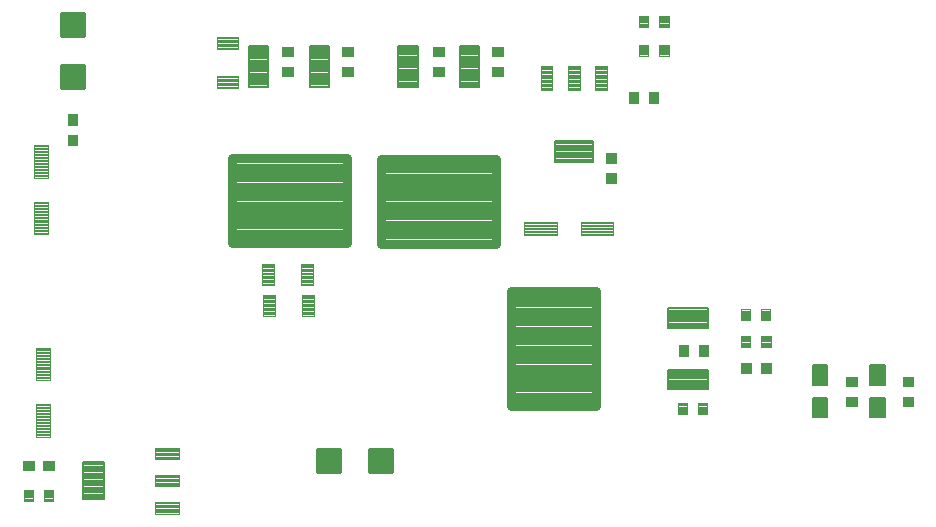
<source format=gtp>
G75*
%MOIN*%
%OFA0B0*%
%FSLAX25Y25*%
%IPPOS*%
%LPD*%
%AMOC8*
5,1,8,0,0,1.08239X$1,22.5*
%
%ADD10C,0.00850*%
%ADD11C,0.00496*%
%ADD12C,0.00354*%
%ADD13C,0.00720*%
%ADD14C,0.03150*%
%ADD15C,0.00450*%
%ADD16C,0.00531*%
%ADD17C,0.00432*%
%ADD18C,0.00780*%
D10*
X0154626Y0042004D02*
X0162280Y0042004D01*
X0162280Y0034350D01*
X0154626Y0034350D01*
X0154626Y0042004D01*
X0154626Y0035199D02*
X0162280Y0035199D01*
X0162280Y0036048D02*
X0154626Y0036048D01*
X0154626Y0036897D02*
X0162280Y0036897D01*
X0162280Y0037746D02*
X0154626Y0037746D01*
X0154626Y0038595D02*
X0162280Y0038595D01*
X0162280Y0039444D02*
X0154626Y0039444D01*
X0154626Y0040293D02*
X0162280Y0040293D01*
X0162280Y0041142D02*
X0154626Y0041142D01*
X0154626Y0041991D02*
X0162280Y0041991D01*
X0171949Y0042004D02*
X0179603Y0042004D01*
X0179603Y0034350D01*
X0171949Y0034350D01*
X0171949Y0042004D01*
X0171949Y0035199D02*
X0179603Y0035199D01*
X0179603Y0036048D02*
X0171949Y0036048D01*
X0171949Y0036897D02*
X0179603Y0036897D01*
X0179603Y0037746D02*
X0171949Y0037746D01*
X0171949Y0038595D02*
X0179603Y0038595D01*
X0179603Y0039444D02*
X0171949Y0039444D01*
X0171949Y0040293D02*
X0179603Y0040293D01*
X0179603Y0041142D02*
X0171949Y0041142D01*
X0171949Y0041991D02*
X0179603Y0041991D01*
X0076847Y0162303D02*
X0076847Y0169957D01*
X0076847Y0162303D02*
X0069193Y0162303D01*
X0069193Y0169957D01*
X0076847Y0169957D01*
X0076847Y0163152D02*
X0069193Y0163152D01*
X0069193Y0164001D02*
X0076847Y0164001D01*
X0076847Y0164850D02*
X0069193Y0164850D01*
X0069193Y0165699D02*
X0076847Y0165699D01*
X0076847Y0166548D02*
X0069193Y0166548D01*
X0069193Y0167397D02*
X0076847Y0167397D01*
X0076847Y0168246D02*
X0069193Y0168246D01*
X0069193Y0169095D02*
X0076847Y0169095D01*
X0076847Y0169944D02*
X0069193Y0169944D01*
X0076847Y0179626D02*
X0076847Y0187280D01*
X0076847Y0179626D02*
X0069193Y0179626D01*
X0069193Y0187280D01*
X0076847Y0187280D01*
X0076847Y0180475D02*
X0069193Y0180475D01*
X0069193Y0181324D02*
X0076847Y0181324D01*
X0076847Y0182173D02*
X0069193Y0182173D01*
X0069193Y0183022D02*
X0076847Y0183022D01*
X0076847Y0183871D02*
X0069193Y0183871D01*
X0069193Y0184720D02*
X0076847Y0184720D01*
X0076847Y0185569D02*
X0069193Y0185569D01*
X0069193Y0186418D02*
X0076847Y0186418D01*
X0076847Y0187267D02*
X0069193Y0187267D01*
D11*
X0064740Y0143244D02*
X0064740Y0132480D01*
X0060276Y0132480D01*
X0060276Y0143244D01*
X0064740Y0143244D01*
X0064740Y0132975D02*
X0060276Y0132975D01*
X0060276Y0133470D02*
X0064740Y0133470D01*
X0064740Y0133965D02*
X0060276Y0133965D01*
X0060276Y0134460D02*
X0064740Y0134460D01*
X0064740Y0134955D02*
X0060276Y0134955D01*
X0060276Y0135450D02*
X0064740Y0135450D01*
X0064740Y0135945D02*
X0060276Y0135945D01*
X0060276Y0136440D02*
X0064740Y0136440D01*
X0064740Y0136935D02*
X0060276Y0136935D01*
X0060276Y0137430D02*
X0064740Y0137430D01*
X0064740Y0137925D02*
X0060276Y0137925D01*
X0060276Y0138420D02*
X0064740Y0138420D01*
X0064740Y0138915D02*
X0060276Y0138915D01*
X0060276Y0139410D02*
X0064740Y0139410D01*
X0064740Y0139905D02*
X0060276Y0139905D01*
X0060276Y0140400D02*
X0064740Y0140400D01*
X0064740Y0140895D02*
X0060276Y0140895D01*
X0060276Y0141390D02*
X0064740Y0141390D01*
X0064740Y0141885D02*
X0060276Y0141885D01*
X0060276Y0142380D02*
X0064740Y0142380D01*
X0064740Y0142875D02*
X0060276Y0142875D01*
X0064740Y0124347D02*
X0064740Y0113583D01*
X0060276Y0113583D01*
X0060276Y0124347D01*
X0064740Y0124347D01*
X0064740Y0114078D02*
X0060276Y0114078D01*
X0060276Y0114573D02*
X0064740Y0114573D01*
X0064740Y0115068D02*
X0060276Y0115068D01*
X0060276Y0115563D02*
X0064740Y0115563D01*
X0064740Y0116058D02*
X0060276Y0116058D01*
X0060276Y0116553D02*
X0064740Y0116553D01*
X0064740Y0117048D02*
X0060276Y0117048D01*
X0060276Y0117543D02*
X0064740Y0117543D01*
X0064740Y0118038D02*
X0060276Y0118038D01*
X0060276Y0118533D02*
X0064740Y0118533D01*
X0064740Y0119028D02*
X0060276Y0119028D01*
X0060276Y0119523D02*
X0064740Y0119523D01*
X0064740Y0120018D02*
X0060276Y0120018D01*
X0060276Y0120513D02*
X0064740Y0120513D01*
X0064740Y0121008D02*
X0060276Y0121008D01*
X0060276Y0121503D02*
X0064740Y0121503D01*
X0064740Y0121998D02*
X0060276Y0121998D01*
X0060276Y0122493D02*
X0064740Y0122493D01*
X0064740Y0122988D02*
X0060276Y0122988D01*
X0060276Y0123483D02*
X0064740Y0123483D01*
X0064740Y0123978D02*
X0060276Y0123978D01*
X0060945Y0075843D02*
X0060945Y0065079D01*
X0060945Y0075843D02*
X0065409Y0075843D01*
X0065409Y0065079D01*
X0060945Y0065079D01*
X0060945Y0065574D02*
X0065409Y0065574D01*
X0065409Y0066069D02*
X0060945Y0066069D01*
X0060945Y0066564D02*
X0065409Y0066564D01*
X0065409Y0067059D02*
X0060945Y0067059D01*
X0060945Y0067554D02*
X0065409Y0067554D01*
X0065409Y0068049D02*
X0060945Y0068049D01*
X0060945Y0068544D02*
X0065409Y0068544D01*
X0065409Y0069039D02*
X0060945Y0069039D01*
X0060945Y0069534D02*
X0065409Y0069534D01*
X0065409Y0070029D02*
X0060945Y0070029D01*
X0060945Y0070524D02*
X0065409Y0070524D01*
X0065409Y0071019D02*
X0060945Y0071019D01*
X0060945Y0071514D02*
X0065409Y0071514D01*
X0065409Y0072009D02*
X0060945Y0072009D01*
X0060945Y0072504D02*
X0065409Y0072504D01*
X0065409Y0072999D02*
X0060945Y0072999D01*
X0060945Y0073494D02*
X0065409Y0073494D01*
X0065409Y0073989D02*
X0060945Y0073989D01*
X0060945Y0074484D02*
X0065409Y0074484D01*
X0065409Y0074979D02*
X0060945Y0074979D01*
X0060945Y0075474D02*
X0065409Y0075474D01*
X0060945Y0056945D02*
X0060945Y0046181D01*
X0060945Y0056945D02*
X0065409Y0056945D01*
X0065409Y0046181D01*
X0060945Y0046181D01*
X0060945Y0046676D02*
X0065409Y0046676D01*
X0065409Y0047171D02*
X0060945Y0047171D01*
X0060945Y0047666D02*
X0065409Y0047666D01*
X0065409Y0048161D02*
X0060945Y0048161D01*
X0060945Y0048656D02*
X0065409Y0048656D01*
X0065409Y0049151D02*
X0060945Y0049151D01*
X0060945Y0049646D02*
X0065409Y0049646D01*
X0065409Y0050141D02*
X0060945Y0050141D01*
X0060945Y0050636D02*
X0065409Y0050636D01*
X0065409Y0051131D02*
X0060945Y0051131D01*
X0060945Y0051626D02*
X0065409Y0051626D01*
X0065409Y0052121D02*
X0060945Y0052121D01*
X0060945Y0052616D02*
X0065409Y0052616D01*
X0065409Y0053111D02*
X0060945Y0053111D01*
X0060945Y0053606D02*
X0065409Y0053606D01*
X0065409Y0054101D02*
X0060945Y0054101D01*
X0060945Y0054596D02*
X0065409Y0054596D01*
X0065409Y0055091D02*
X0060945Y0055091D01*
X0060945Y0055586D02*
X0065409Y0055586D01*
X0065409Y0056081D02*
X0060945Y0056081D01*
X0060945Y0056576D02*
X0065409Y0056576D01*
X0223628Y0113268D02*
X0234392Y0113268D01*
X0223628Y0113268D02*
X0223628Y0117732D01*
X0234392Y0117732D01*
X0234392Y0113268D01*
X0234392Y0113763D02*
X0223628Y0113763D01*
X0223628Y0114258D02*
X0234392Y0114258D01*
X0234392Y0114753D02*
X0223628Y0114753D01*
X0223628Y0115248D02*
X0234392Y0115248D01*
X0234392Y0115743D02*
X0223628Y0115743D01*
X0223628Y0116238D02*
X0234392Y0116238D01*
X0234392Y0116733D02*
X0223628Y0116733D01*
X0223628Y0117228D02*
X0234392Y0117228D01*
X0234392Y0117723D02*
X0223628Y0117723D01*
X0242526Y0113268D02*
X0253290Y0113268D01*
X0242526Y0113268D02*
X0242526Y0117732D01*
X0253290Y0117732D01*
X0253290Y0113268D01*
X0253290Y0113763D02*
X0242526Y0113763D01*
X0242526Y0114258D02*
X0253290Y0114258D01*
X0253290Y0114753D02*
X0242526Y0114753D01*
X0242526Y0115248D02*
X0253290Y0115248D01*
X0253290Y0115743D02*
X0242526Y0115743D01*
X0242526Y0116238D02*
X0253290Y0116238D01*
X0253290Y0116733D02*
X0242526Y0116733D01*
X0242526Y0117228D02*
X0253290Y0117228D01*
X0253290Y0117723D02*
X0242526Y0117723D01*
D12*
X0059904Y0028388D02*
X0056722Y0028388D01*
X0059904Y0028388D02*
X0059904Y0024812D01*
X0056722Y0024812D01*
X0056722Y0028388D01*
X0056722Y0025165D02*
X0059904Y0025165D01*
X0059904Y0025518D02*
X0056722Y0025518D01*
X0056722Y0025871D02*
X0059904Y0025871D01*
X0059904Y0026224D02*
X0056722Y0026224D01*
X0056722Y0026577D02*
X0059904Y0026577D01*
X0059904Y0026930D02*
X0056722Y0026930D01*
X0056722Y0027283D02*
X0059904Y0027283D01*
X0059904Y0027636D02*
X0056722Y0027636D01*
X0056722Y0027989D02*
X0059904Y0027989D01*
X0059904Y0028342D02*
X0056722Y0028342D01*
X0063415Y0028388D02*
X0066597Y0028388D01*
X0066597Y0024812D01*
X0063415Y0024812D01*
X0063415Y0028388D01*
X0063415Y0025165D02*
X0066597Y0025165D01*
X0066597Y0025518D02*
X0063415Y0025518D01*
X0063415Y0025871D02*
X0066597Y0025871D01*
X0066597Y0026224D02*
X0063415Y0026224D01*
X0063415Y0026577D02*
X0066597Y0026577D01*
X0066597Y0026930D02*
X0063415Y0026930D01*
X0063415Y0027283D02*
X0066597Y0027283D01*
X0066597Y0027636D02*
X0063415Y0027636D01*
X0063415Y0027989D02*
X0066597Y0027989D01*
X0066597Y0028342D02*
X0063415Y0028342D01*
X0063161Y0038193D02*
X0066737Y0038193D01*
X0066737Y0035011D01*
X0063161Y0035011D01*
X0063161Y0038193D01*
X0063161Y0035364D02*
X0066737Y0035364D01*
X0066737Y0035717D02*
X0063161Y0035717D01*
X0063161Y0036070D02*
X0066737Y0036070D01*
X0066737Y0036423D02*
X0063161Y0036423D01*
X0063161Y0036776D02*
X0066737Y0036776D01*
X0066737Y0037129D02*
X0063161Y0037129D01*
X0063161Y0037482D02*
X0066737Y0037482D01*
X0066737Y0037835D02*
X0063161Y0037835D01*
X0063161Y0038188D02*
X0066737Y0038188D01*
X0060044Y0038193D02*
X0056468Y0038193D01*
X0060044Y0038193D02*
X0060044Y0035011D01*
X0056468Y0035011D01*
X0056468Y0038193D01*
X0056468Y0035364D02*
X0060044Y0035364D01*
X0060044Y0035717D02*
X0056468Y0035717D01*
X0056468Y0036070D02*
X0060044Y0036070D01*
X0060044Y0036423D02*
X0056468Y0036423D01*
X0056468Y0036776D02*
X0060044Y0036776D01*
X0060044Y0037129D02*
X0056468Y0037129D01*
X0056468Y0037482D02*
X0060044Y0037482D01*
X0060044Y0037835D02*
X0056468Y0037835D01*
X0056468Y0038188D02*
X0060044Y0038188D01*
X0250868Y0130566D02*
X0250868Y0134142D01*
X0254050Y0134142D01*
X0254050Y0130566D01*
X0250868Y0130566D01*
X0250868Y0130919D02*
X0254050Y0130919D01*
X0254050Y0131272D02*
X0250868Y0131272D01*
X0250868Y0131625D02*
X0254050Y0131625D01*
X0254050Y0131978D02*
X0250868Y0131978D01*
X0250868Y0132331D02*
X0254050Y0132331D01*
X0254050Y0132684D02*
X0250868Y0132684D01*
X0250868Y0133037D02*
X0254050Y0133037D01*
X0254050Y0133390D02*
X0250868Y0133390D01*
X0250868Y0133743D02*
X0254050Y0133743D01*
X0254050Y0134096D02*
X0250868Y0134096D01*
X0250868Y0137258D02*
X0250868Y0140834D01*
X0254050Y0140834D01*
X0254050Y0137258D01*
X0250868Y0137258D01*
X0250868Y0137611D02*
X0254050Y0137611D01*
X0254050Y0137964D02*
X0250868Y0137964D01*
X0250868Y0138317D02*
X0254050Y0138317D01*
X0254050Y0138670D02*
X0250868Y0138670D01*
X0250868Y0139023D02*
X0254050Y0139023D01*
X0254050Y0139376D02*
X0250868Y0139376D01*
X0250868Y0139729D02*
X0254050Y0139729D01*
X0254050Y0140082D02*
X0250868Y0140082D01*
X0250868Y0140435D02*
X0254050Y0140435D01*
X0254050Y0140788D02*
X0250868Y0140788D01*
X0258422Y0157312D02*
X0261604Y0157312D01*
X0258422Y0157312D02*
X0258422Y0160888D01*
X0261604Y0160888D01*
X0261604Y0157312D01*
X0261604Y0157665D02*
X0258422Y0157665D01*
X0258422Y0158018D02*
X0261604Y0158018D01*
X0261604Y0158371D02*
X0258422Y0158371D01*
X0258422Y0158724D02*
X0261604Y0158724D01*
X0261604Y0159077D02*
X0258422Y0159077D01*
X0258422Y0159430D02*
X0261604Y0159430D01*
X0261604Y0159783D02*
X0258422Y0159783D01*
X0258422Y0160136D02*
X0261604Y0160136D01*
X0261604Y0160489D02*
X0258422Y0160489D01*
X0258422Y0160842D02*
X0261604Y0160842D01*
X0265115Y0157312D02*
X0268297Y0157312D01*
X0265115Y0157312D02*
X0265115Y0160888D01*
X0268297Y0160888D01*
X0268297Y0157312D01*
X0268297Y0157665D02*
X0265115Y0157665D01*
X0265115Y0158018D02*
X0268297Y0158018D01*
X0268297Y0158371D02*
X0265115Y0158371D01*
X0265115Y0158724D02*
X0268297Y0158724D01*
X0268297Y0159077D02*
X0265115Y0159077D01*
X0265115Y0159430D02*
X0268297Y0159430D01*
X0268297Y0159783D02*
X0265115Y0159783D01*
X0265115Y0160136D02*
X0268297Y0160136D01*
X0268297Y0160489D02*
X0265115Y0160489D01*
X0265115Y0160842D02*
X0268297Y0160842D01*
X0268515Y0173200D02*
X0271697Y0173200D01*
X0268515Y0173200D02*
X0268515Y0176776D01*
X0271697Y0176776D01*
X0271697Y0173200D01*
X0271697Y0173553D02*
X0268515Y0173553D01*
X0268515Y0173906D02*
X0271697Y0173906D01*
X0271697Y0174259D02*
X0268515Y0174259D01*
X0268515Y0174612D02*
X0271697Y0174612D01*
X0271697Y0174965D02*
X0268515Y0174965D01*
X0268515Y0175318D02*
X0271697Y0175318D01*
X0271697Y0175671D02*
X0268515Y0175671D01*
X0268515Y0176024D02*
X0271697Y0176024D01*
X0271697Y0176377D02*
X0268515Y0176377D01*
X0268515Y0176730D02*
X0271697Y0176730D01*
X0265004Y0173200D02*
X0261822Y0173200D01*
X0261822Y0176776D01*
X0265004Y0176776D01*
X0265004Y0173200D01*
X0265004Y0173553D02*
X0261822Y0173553D01*
X0261822Y0173906D02*
X0265004Y0173906D01*
X0265004Y0174259D02*
X0261822Y0174259D01*
X0261822Y0174612D02*
X0265004Y0174612D01*
X0265004Y0174965D02*
X0261822Y0174965D01*
X0261822Y0175318D02*
X0265004Y0175318D01*
X0265004Y0175671D02*
X0261822Y0175671D01*
X0261822Y0176024D02*
X0265004Y0176024D01*
X0265004Y0176377D02*
X0261822Y0176377D01*
X0261822Y0176730D02*
X0265004Y0176730D01*
X0265004Y0182806D02*
X0261822Y0182806D01*
X0261822Y0186382D01*
X0265004Y0186382D01*
X0265004Y0182806D01*
X0265004Y0183159D02*
X0261822Y0183159D01*
X0261822Y0183512D02*
X0265004Y0183512D01*
X0265004Y0183865D02*
X0261822Y0183865D01*
X0261822Y0184218D02*
X0265004Y0184218D01*
X0265004Y0184571D02*
X0261822Y0184571D01*
X0261822Y0184924D02*
X0265004Y0184924D01*
X0265004Y0185277D02*
X0261822Y0185277D01*
X0261822Y0185630D02*
X0265004Y0185630D01*
X0265004Y0185983D02*
X0261822Y0185983D01*
X0261822Y0186336D02*
X0265004Y0186336D01*
X0268515Y0182806D02*
X0271697Y0182806D01*
X0268515Y0182806D02*
X0268515Y0186382D01*
X0271697Y0186382D01*
X0271697Y0182806D01*
X0271697Y0183159D02*
X0268515Y0183159D01*
X0268515Y0183512D02*
X0271697Y0183512D01*
X0271697Y0183865D02*
X0268515Y0183865D01*
X0268515Y0184218D02*
X0271697Y0184218D01*
X0271697Y0184571D02*
X0268515Y0184571D01*
X0268515Y0184924D02*
X0271697Y0184924D01*
X0271697Y0185277D02*
X0268515Y0185277D01*
X0268515Y0185630D02*
X0271697Y0185630D01*
X0271697Y0185983D02*
X0268515Y0185983D01*
X0268515Y0186336D02*
X0271697Y0186336D01*
X0216404Y0176079D02*
X0216404Y0172897D01*
X0212828Y0172897D01*
X0212828Y0176079D01*
X0216404Y0176079D01*
X0216404Y0173250D02*
X0212828Y0173250D01*
X0212828Y0173603D02*
X0216404Y0173603D01*
X0216404Y0173956D02*
X0212828Y0173956D01*
X0212828Y0174309D02*
X0216404Y0174309D01*
X0216404Y0174662D02*
X0212828Y0174662D01*
X0212828Y0175015D02*
X0216404Y0175015D01*
X0216404Y0175368D02*
X0212828Y0175368D01*
X0212828Y0175721D02*
X0216404Y0175721D01*
X0216404Y0176074D02*
X0212828Y0176074D01*
X0216404Y0169386D02*
X0216404Y0166204D01*
X0212828Y0166204D01*
X0212828Y0169386D01*
X0216404Y0169386D01*
X0216404Y0166557D02*
X0212828Y0166557D01*
X0212828Y0166910D02*
X0216404Y0166910D01*
X0216404Y0167263D02*
X0212828Y0167263D01*
X0212828Y0167616D02*
X0216404Y0167616D01*
X0216404Y0167969D02*
X0212828Y0167969D01*
X0212828Y0168322D02*
X0216404Y0168322D01*
X0216404Y0168675D02*
X0212828Y0168675D01*
X0212828Y0169028D02*
X0216404Y0169028D01*
X0216404Y0169381D02*
X0212828Y0169381D01*
X0193274Y0169386D02*
X0193274Y0166204D01*
X0193274Y0169386D02*
X0196850Y0169386D01*
X0196850Y0166204D01*
X0193274Y0166204D01*
X0193274Y0166557D02*
X0196850Y0166557D01*
X0196850Y0166910D02*
X0193274Y0166910D01*
X0193274Y0167263D02*
X0196850Y0167263D01*
X0196850Y0167616D02*
X0193274Y0167616D01*
X0193274Y0167969D02*
X0196850Y0167969D01*
X0196850Y0168322D02*
X0193274Y0168322D01*
X0193274Y0168675D02*
X0196850Y0168675D01*
X0196850Y0169028D02*
X0193274Y0169028D01*
X0193274Y0169381D02*
X0196850Y0169381D01*
X0193274Y0172897D02*
X0193274Y0176079D01*
X0196850Y0176079D01*
X0196850Y0172897D01*
X0193274Y0172897D01*
X0193274Y0173250D02*
X0196850Y0173250D01*
X0196850Y0173603D02*
X0193274Y0173603D01*
X0193274Y0173956D02*
X0196850Y0173956D01*
X0196850Y0174309D02*
X0193274Y0174309D01*
X0193274Y0174662D02*
X0196850Y0174662D01*
X0196850Y0175015D02*
X0193274Y0175015D01*
X0193274Y0175368D02*
X0196850Y0175368D01*
X0196850Y0175721D02*
X0193274Y0175721D01*
X0193274Y0176074D02*
X0196850Y0176074D01*
X0162872Y0176179D02*
X0162872Y0172997D01*
X0162872Y0176179D02*
X0166448Y0176179D01*
X0166448Y0172997D01*
X0162872Y0172997D01*
X0162872Y0173350D02*
X0166448Y0173350D01*
X0166448Y0173703D02*
X0162872Y0173703D01*
X0162872Y0174056D02*
X0166448Y0174056D01*
X0166448Y0174409D02*
X0162872Y0174409D01*
X0162872Y0174762D02*
X0166448Y0174762D01*
X0166448Y0175115D02*
X0162872Y0175115D01*
X0162872Y0175468D02*
X0166448Y0175468D01*
X0166448Y0175821D02*
X0162872Y0175821D01*
X0162872Y0176174D02*
X0166448Y0176174D01*
X0162872Y0169486D02*
X0162872Y0166304D01*
X0162872Y0169486D02*
X0166448Y0169486D01*
X0166448Y0166304D01*
X0162872Y0166304D01*
X0162872Y0166657D02*
X0166448Y0166657D01*
X0166448Y0167010D02*
X0162872Y0167010D01*
X0162872Y0167363D02*
X0166448Y0167363D01*
X0166448Y0167716D02*
X0162872Y0167716D01*
X0162872Y0168069D02*
X0166448Y0168069D01*
X0166448Y0168422D02*
X0162872Y0168422D01*
X0162872Y0168775D02*
X0166448Y0168775D01*
X0166448Y0169128D02*
X0162872Y0169128D01*
X0162872Y0169481D02*
X0166448Y0169481D01*
X0142918Y0169486D02*
X0142918Y0166304D01*
X0142918Y0169486D02*
X0146494Y0169486D01*
X0146494Y0166304D01*
X0142918Y0166304D01*
X0142918Y0166657D02*
X0146494Y0166657D01*
X0146494Y0167010D02*
X0142918Y0167010D01*
X0142918Y0167363D02*
X0146494Y0167363D01*
X0146494Y0167716D02*
X0142918Y0167716D01*
X0142918Y0168069D02*
X0146494Y0168069D01*
X0146494Y0168422D02*
X0142918Y0168422D01*
X0142918Y0168775D02*
X0146494Y0168775D01*
X0146494Y0169128D02*
X0142918Y0169128D01*
X0142918Y0169481D02*
X0146494Y0169481D01*
X0142918Y0172997D02*
X0142918Y0176179D01*
X0146494Y0176179D01*
X0146494Y0172997D01*
X0142918Y0172997D01*
X0142918Y0173350D02*
X0146494Y0173350D01*
X0146494Y0173703D02*
X0142918Y0173703D01*
X0142918Y0174056D02*
X0146494Y0174056D01*
X0146494Y0174409D02*
X0142918Y0174409D01*
X0142918Y0174762D02*
X0146494Y0174762D01*
X0146494Y0175115D02*
X0142918Y0175115D01*
X0142918Y0175468D02*
X0146494Y0175468D01*
X0146494Y0175821D02*
X0142918Y0175821D01*
X0142918Y0176174D02*
X0146494Y0176174D01*
X0071429Y0153548D02*
X0071429Y0149972D01*
X0071429Y0153548D02*
X0074611Y0153548D01*
X0074611Y0149972D01*
X0071429Y0149972D01*
X0071429Y0150325D02*
X0074611Y0150325D01*
X0074611Y0150678D02*
X0071429Y0150678D01*
X0071429Y0151031D02*
X0074611Y0151031D01*
X0074611Y0151384D02*
X0071429Y0151384D01*
X0071429Y0151737D02*
X0074611Y0151737D01*
X0074611Y0152090D02*
X0071429Y0152090D01*
X0071429Y0152443D02*
X0074611Y0152443D01*
X0074611Y0152796D02*
X0071429Y0152796D01*
X0071429Y0153149D02*
X0074611Y0153149D01*
X0074611Y0153502D02*
X0071429Y0153502D01*
X0071429Y0146855D02*
X0071429Y0143279D01*
X0071429Y0146855D02*
X0074611Y0146855D01*
X0074611Y0143279D01*
X0071429Y0143279D01*
X0071429Y0143632D02*
X0074611Y0143632D01*
X0074611Y0143985D02*
X0071429Y0143985D01*
X0071429Y0144338D02*
X0074611Y0144338D01*
X0074611Y0144691D02*
X0071429Y0144691D01*
X0071429Y0145044D02*
X0074611Y0145044D01*
X0074611Y0145397D02*
X0071429Y0145397D01*
X0071429Y0145750D02*
X0074611Y0145750D01*
X0074611Y0146103D02*
X0071429Y0146103D01*
X0071429Y0146456D02*
X0074611Y0146456D01*
X0074611Y0146809D02*
X0071429Y0146809D01*
X0275129Y0073003D02*
X0278311Y0073003D01*
X0275129Y0073003D02*
X0275129Y0076579D01*
X0278311Y0076579D01*
X0278311Y0073003D01*
X0278311Y0073356D02*
X0275129Y0073356D01*
X0275129Y0073709D02*
X0278311Y0073709D01*
X0278311Y0074062D02*
X0275129Y0074062D01*
X0275129Y0074415D02*
X0278311Y0074415D01*
X0278311Y0074768D02*
X0275129Y0074768D01*
X0275129Y0075121D02*
X0278311Y0075121D01*
X0278311Y0075474D02*
X0275129Y0075474D01*
X0275129Y0075827D02*
X0278311Y0075827D01*
X0278311Y0076180D02*
X0275129Y0076180D01*
X0275129Y0076533D02*
X0278311Y0076533D01*
X0281822Y0073003D02*
X0285004Y0073003D01*
X0281822Y0073003D02*
X0281822Y0076579D01*
X0285004Y0076579D01*
X0285004Y0073003D01*
X0285004Y0073356D02*
X0281822Y0073356D01*
X0281822Y0073709D02*
X0285004Y0073709D01*
X0285004Y0074062D02*
X0281822Y0074062D01*
X0281822Y0074415D02*
X0285004Y0074415D01*
X0285004Y0074768D02*
X0281822Y0074768D01*
X0281822Y0075121D02*
X0285004Y0075121D01*
X0285004Y0075474D02*
X0281822Y0075474D01*
X0281822Y0075827D02*
X0285004Y0075827D01*
X0285004Y0076180D02*
X0281822Y0076180D01*
X0281822Y0076533D02*
X0285004Y0076533D01*
X0295822Y0076112D02*
X0299004Y0076112D01*
X0295822Y0076112D02*
X0295822Y0079688D01*
X0299004Y0079688D01*
X0299004Y0076112D01*
X0299004Y0076465D02*
X0295822Y0076465D01*
X0295822Y0076818D02*
X0299004Y0076818D01*
X0299004Y0077171D02*
X0295822Y0077171D01*
X0295822Y0077524D02*
X0299004Y0077524D01*
X0299004Y0077877D02*
X0295822Y0077877D01*
X0295822Y0078230D02*
X0299004Y0078230D01*
X0299004Y0078583D02*
X0295822Y0078583D01*
X0295822Y0078936D02*
X0299004Y0078936D01*
X0299004Y0079289D02*
X0295822Y0079289D01*
X0295822Y0079642D02*
X0299004Y0079642D01*
X0302515Y0076112D02*
X0305697Y0076112D01*
X0302515Y0076112D02*
X0302515Y0079688D01*
X0305697Y0079688D01*
X0305697Y0076112D01*
X0305697Y0076465D02*
X0302515Y0076465D01*
X0302515Y0076818D02*
X0305697Y0076818D01*
X0305697Y0077171D02*
X0302515Y0077171D01*
X0302515Y0077524D02*
X0305697Y0077524D01*
X0305697Y0077877D02*
X0302515Y0077877D01*
X0302515Y0078230D02*
X0305697Y0078230D01*
X0305697Y0078583D02*
X0302515Y0078583D01*
X0302515Y0078936D02*
X0305697Y0078936D01*
X0305697Y0079289D02*
X0302515Y0079289D01*
X0302515Y0079642D02*
X0305697Y0079642D01*
X0305597Y0085012D02*
X0302415Y0085012D01*
X0302415Y0088588D01*
X0305597Y0088588D01*
X0305597Y0085012D01*
X0305597Y0085365D02*
X0302415Y0085365D01*
X0302415Y0085718D02*
X0305597Y0085718D01*
X0305597Y0086071D02*
X0302415Y0086071D01*
X0302415Y0086424D02*
X0305597Y0086424D01*
X0305597Y0086777D02*
X0302415Y0086777D01*
X0302415Y0087130D02*
X0305597Y0087130D01*
X0305597Y0087483D02*
X0302415Y0087483D01*
X0302415Y0087836D02*
X0305597Y0087836D01*
X0305597Y0088189D02*
X0302415Y0088189D01*
X0302415Y0088542D02*
X0305597Y0088542D01*
X0298904Y0085012D02*
X0295722Y0085012D01*
X0295722Y0088588D01*
X0298904Y0088588D01*
X0298904Y0085012D01*
X0298904Y0085365D02*
X0295722Y0085365D01*
X0295722Y0085718D02*
X0298904Y0085718D01*
X0298904Y0086071D02*
X0295722Y0086071D01*
X0295722Y0086424D02*
X0298904Y0086424D01*
X0298904Y0086777D02*
X0295722Y0086777D01*
X0295722Y0087130D02*
X0298904Y0087130D01*
X0298904Y0087483D02*
X0295722Y0087483D01*
X0295722Y0087836D02*
X0298904Y0087836D01*
X0298904Y0088189D02*
X0295722Y0088189D01*
X0295722Y0088542D02*
X0298904Y0088542D01*
X0299104Y0070788D02*
X0295922Y0070788D01*
X0299104Y0070788D02*
X0299104Y0067212D01*
X0295922Y0067212D01*
X0295922Y0070788D01*
X0295922Y0067565D02*
X0299104Y0067565D01*
X0299104Y0067918D02*
X0295922Y0067918D01*
X0295922Y0068271D02*
X0299104Y0068271D01*
X0299104Y0068624D02*
X0295922Y0068624D01*
X0295922Y0068977D02*
X0299104Y0068977D01*
X0299104Y0069330D02*
X0295922Y0069330D01*
X0295922Y0069683D02*
X0299104Y0069683D01*
X0299104Y0070036D02*
X0295922Y0070036D01*
X0295922Y0070389D02*
X0299104Y0070389D01*
X0299104Y0070742D02*
X0295922Y0070742D01*
X0302615Y0070788D02*
X0305797Y0070788D01*
X0305797Y0067212D01*
X0302615Y0067212D01*
X0302615Y0070788D01*
X0302615Y0067565D02*
X0305797Y0067565D01*
X0305797Y0067918D02*
X0302615Y0067918D01*
X0302615Y0068271D02*
X0305797Y0068271D01*
X0305797Y0068624D02*
X0302615Y0068624D01*
X0302615Y0068977D02*
X0305797Y0068977D01*
X0305797Y0069330D02*
X0302615Y0069330D01*
X0302615Y0069683D02*
X0305797Y0069683D01*
X0305797Y0070036D02*
X0302615Y0070036D01*
X0302615Y0070389D02*
X0305797Y0070389D01*
X0305797Y0070742D02*
X0302615Y0070742D01*
X0284689Y0057288D02*
X0281507Y0057288D01*
X0284689Y0057288D02*
X0284689Y0053712D01*
X0281507Y0053712D01*
X0281507Y0057288D01*
X0281507Y0054065D02*
X0284689Y0054065D01*
X0284689Y0054418D02*
X0281507Y0054418D01*
X0281507Y0054771D02*
X0284689Y0054771D01*
X0284689Y0055124D02*
X0281507Y0055124D01*
X0281507Y0055477D02*
X0284689Y0055477D01*
X0284689Y0055830D02*
X0281507Y0055830D01*
X0281507Y0056183D02*
X0284689Y0056183D01*
X0284689Y0056536D02*
X0281507Y0056536D01*
X0281507Y0056889D02*
X0284689Y0056889D01*
X0284689Y0057242D02*
X0281507Y0057242D01*
X0277997Y0057288D02*
X0274815Y0057288D01*
X0277997Y0057288D02*
X0277997Y0053712D01*
X0274815Y0053712D01*
X0274815Y0057288D01*
X0274815Y0054065D02*
X0277997Y0054065D01*
X0277997Y0054418D02*
X0274815Y0054418D01*
X0274815Y0054771D02*
X0277997Y0054771D01*
X0277997Y0055124D02*
X0274815Y0055124D01*
X0274815Y0055477D02*
X0277997Y0055477D01*
X0277997Y0055830D02*
X0274815Y0055830D01*
X0274815Y0056183D02*
X0277997Y0056183D01*
X0277997Y0056536D02*
X0274815Y0056536D01*
X0274815Y0056889D02*
X0277997Y0056889D01*
X0277997Y0057242D02*
X0274815Y0057242D01*
X0334414Y0056311D02*
X0334414Y0059493D01*
X0334414Y0056311D02*
X0330838Y0056311D01*
X0330838Y0059493D01*
X0334414Y0059493D01*
X0334414Y0056664D02*
X0330838Y0056664D01*
X0330838Y0057017D02*
X0334414Y0057017D01*
X0334414Y0057370D02*
X0330838Y0057370D01*
X0330838Y0057723D02*
X0334414Y0057723D01*
X0334414Y0058076D02*
X0330838Y0058076D01*
X0330838Y0058429D02*
X0334414Y0058429D01*
X0334414Y0058782D02*
X0330838Y0058782D01*
X0330838Y0059135D02*
X0334414Y0059135D01*
X0334414Y0059488D02*
X0330838Y0059488D01*
X0334414Y0063003D02*
X0334414Y0066185D01*
X0334414Y0063003D02*
X0330838Y0063003D01*
X0330838Y0066185D01*
X0334414Y0066185D01*
X0334414Y0063356D02*
X0330838Y0063356D01*
X0330838Y0063709D02*
X0334414Y0063709D01*
X0334414Y0064062D02*
X0330838Y0064062D01*
X0330838Y0064415D02*
X0334414Y0064415D01*
X0334414Y0064768D02*
X0330838Y0064768D01*
X0330838Y0065121D02*
X0334414Y0065121D01*
X0334414Y0065474D02*
X0330838Y0065474D01*
X0330838Y0065827D02*
X0334414Y0065827D01*
X0334414Y0066180D02*
X0330838Y0066180D01*
X0353351Y0066185D02*
X0353351Y0063003D01*
X0349775Y0063003D01*
X0349775Y0066185D01*
X0353351Y0066185D01*
X0353351Y0063356D02*
X0349775Y0063356D01*
X0349775Y0063709D02*
X0353351Y0063709D01*
X0353351Y0064062D02*
X0349775Y0064062D01*
X0349775Y0064415D02*
X0353351Y0064415D01*
X0353351Y0064768D02*
X0349775Y0064768D01*
X0349775Y0065121D02*
X0353351Y0065121D01*
X0353351Y0065474D02*
X0349775Y0065474D01*
X0349775Y0065827D02*
X0353351Y0065827D01*
X0353351Y0066180D02*
X0349775Y0066180D01*
X0353351Y0059493D02*
X0353351Y0056311D01*
X0349775Y0056311D01*
X0349775Y0059493D01*
X0353351Y0059493D01*
X0353351Y0056664D02*
X0349775Y0056664D01*
X0349775Y0057017D02*
X0353351Y0057017D01*
X0353351Y0057370D02*
X0349775Y0057370D01*
X0349775Y0057723D02*
X0353351Y0057723D01*
X0353351Y0058076D02*
X0349775Y0058076D01*
X0349775Y0058429D02*
X0353351Y0058429D01*
X0353351Y0058782D02*
X0349775Y0058782D01*
X0349775Y0059135D02*
X0353351Y0059135D01*
X0353351Y0059488D02*
X0349775Y0059488D01*
D13*
X0284996Y0061965D02*
X0284996Y0068445D01*
X0284996Y0061965D02*
X0271516Y0061965D01*
X0271516Y0068445D01*
X0284996Y0068445D01*
X0284996Y0062684D02*
X0271516Y0062684D01*
X0271516Y0063403D02*
X0284996Y0063403D01*
X0284996Y0064122D02*
X0271516Y0064122D01*
X0271516Y0064841D02*
X0284996Y0064841D01*
X0284996Y0065560D02*
X0271516Y0065560D01*
X0271516Y0066279D02*
X0284996Y0066279D01*
X0284996Y0066998D02*
X0271516Y0066998D01*
X0271516Y0067717D02*
X0284996Y0067717D01*
X0284996Y0068436D02*
X0271516Y0068436D01*
X0284996Y0082398D02*
X0284996Y0088878D01*
X0284996Y0082398D02*
X0271516Y0082398D01*
X0271516Y0088878D01*
X0284996Y0088878D01*
X0284996Y0083117D02*
X0271516Y0083117D01*
X0271516Y0083836D02*
X0284996Y0083836D01*
X0284996Y0084555D02*
X0271516Y0084555D01*
X0271516Y0085274D02*
X0284996Y0085274D01*
X0284996Y0085993D02*
X0271516Y0085993D01*
X0271516Y0086712D02*
X0284996Y0086712D01*
X0284996Y0087431D02*
X0271516Y0087431D01*
X0271516Y0088150D02*
X0284996Y0088150D01*
X0284996Y0088869D02*
X0271516Y0088869D01*
X0208519Y0176242D02*
X0202039Y0176242D01*
X0208519Y0176242D02*
X0208519Y0162762D01*
X0202039Y0162762D01*
X0202039Y0176242D01*
X0202039Y0163481D02*
X0208519Y0163481D01*
X0208519Y0164200D02*
X0202039Y0164200D01*
X0202039Y0164919D02*
X0208519Y0164919D01*
X0208519Y0165638D02*
X0202039Y0165638D01*
X0202039Y0166357D02*
X0208519Y0166357D01*
X0208519Y0167076D02*
X0202039Y0167076D01*
X0202039Y0167795D02*
X0208519Y0167795D01*
X0208519Y0168514D02*
X0202039Y0168514D01*
X0202039Y0169233D02*
X0208519Y0169233D01*
X0208519Y0169952D02*
X0202039Y0169952D01*
X0202039Y0170671D02*
X0208519Y0170671D01*
X0208519Y0171390D02*
X0202039Y0171390D01*
X0202039Y0172109D02*
X0208519Y0172109D01*
X0208519Y0172828D02*
X0202039Y0172828D01*
X0202039Y0173547D02*
X0208519Y0173547D01*
X0208519Y0174266D02*
X0202039Y0174266D01*
X0202039Y0174985D02*
X0208519Y0174985D01*
X0208519Y0175704D02*
X0202039Y0175704D01*
X0188086Y0176242D02*
X0181606Y0176242D01*
X0188086Y0176242D02*
X0188086Y0162762D01*
X0181606Y0162762D01*
X0181606Y0176242D01*
X0181606Y0163481D02*
X0188086Y0163481D01*
X0188086Y0164200D02*
X0181606Y0164200D01*
X0181606Y0164919D02*
X0188086Y0164919D01*
X0188086Y0165638D02*
X0181606Y0165638D01*
X0181606Y0166357D02*
X0188086Y0166357D01*
X0188086Y0167076D02*
X0181606Y0167076D01*
X0181606Y0167795D02*
X0188086Y0167795D01*
X0188086Y0168514D02*
X0181606Y0168514D01*
X0181606Y0169233D02*
X0188086Y0169233D01*
X0188086Y0169952D02*
X0181606Y0169952D01*
X0181606Y0170671D02*
X0188086Y0170671D01*
X0188086Y0171390D02*
X0181606Y0171390D01*
X0181606Y0172109D02*
X0188086Y0172109D01*
X0188086Y0172828D02*
X0181606Y0172828D01*
X0181606Y0173547D02*
X0188086Y0173547D01*
X0188086Y0174266D02*
X0181606Y0174266D01*
X0181606Y0174985D02*
X0188086Y0174985D01*
X0188086Y0175704D02*
X0181606Y0175704D01*
X0158663Y0176342D02*
X0152183Y0176342D01*
X0158663Y0176342D02*
X0158663Y0162862D01*
X0152183Y0162862D01*
X0152183Y0176342D01*
X0152183Y0163581D02*
X0158663Y0163581D01*
X0158663Y0164300D02*
X0152183Y0164300D01*
X0152183Y0165019D02*
X0158663Y0165019D01*
X0158663Y0165738D02*
X0152183Y0165738D01*
X0152183Y0166457D02*
X0158663Y0166457D01*
X0158663Y0167176D02*
X0152183Y0167176D01*
X0152183Y0167895D02*
X0158663Y0167895D01*
X0158663Y0168614D02*
X0152183Y0168614D01*
X0152183Y0169333D02*
X0158663Y0169333D01*
X0158663Y0170052D02*
X0152183Y0170052D01*
X0152183Y0170771D02*
X0158663Y0170771D01*
X0158663Y0171490D02*
X0152183Y0171490D01*
X0152183Y0172209D02*
X0158663Y0172209D01*
X0158663Y0172928D02*
X0152183Y0172928D01*
X0152183Y0173647D02*
X0158663Y0173647D01*
X0158663Y0174366D02*
X0152183Y0174366D01*
X0152183Y0175085D02*
X0158663Y0175085D01*
X0158663Y0175804D02*
X0152183Y0175804D01*
X0138230Y0176342D02*
X0131750Y0176342D01*
X0138230Y0176342D02*
X0138230Y0162862D01*
X0131750Y0162862D01*
X0131750Y0176342D01*
X0131750Y0163581D02*
X0138230Y0163581D01*
X0138230Y0164300D02*
X0131750Y0164300D01*
X0131750Y0165019D02*
X0138230Y0165019D01*
X0138230Y0165738D02*
X0131750Y0165738D01*
X0131750Y0166457D02*
X0138230Y0166457D01*
X0138230Y0167176D02*
X0131750Y0167176D01*
X0131750Y0167895D02*
X0138230Y0167895D01*
X0138230Y0168614D02*
X0131750Y0168614D01*
X0131750Y0169333D02*
X0138230Y0169333D01*
X0138230Y0170052D02*
X0131750Y0170052D01*
X0131750Y0170771D02*
X0138230Y0170771D01*
X0138230Y0171490D02*
X0131750Y0171490D01*
X0131750Y0172209D02*
X0138230Y0172209D01*
X0138230Y0172928D02*
X0131750Y0172928D01*
X0131750Y0173647D02*
X0138230Y0173647D01*
X0138230Y0174366D02*
X0131750Y0174366D01*
X0131750Y0175085D02*
X0138230Y0175085D01*
X0138230Y0175804D02*
X0131750Y0175804D01*
D14*
X0126031Y0138935D02*
X0164381Y0138935D01*
X0164381Y0110585D01*
X0126031Y0110585D01*
X0126031Y0138935D01*
X0126031Y0113734D02*
X0164381Y0113734D01*
X0164381Y0116883D02*
X0126031Y0116883D01*
X0126031Y0120032D02*
X0164381Y0120032D01*
X0164381Y0123181D02*
X0126031Y0123181D01*
X0126031Y0126330D02*
X0164381Y0126330D01*
X0164381Y0129479D02*
X0126031Y0129479D01*
X0126031Y0132628D02*
X0164381Y0132628D01*
X0164381Y0135777D02*
X0126031Y0135777D01*
X0126031Y0138926D02*
X0164381Y0138926D01*
X0175887Y0138835D02*
X0214237Y0138835D01*
X0214237Y0110485D01*
X0175887Y0110485D01*
X0175887Y0138835D01*
X0175887Y0113634D02*
X0214237Y0113634D01*
X0214237Y0116783D02*
X0175887Y0116783D01*
X0175887Y0119932D02*
X0214237Y0119932D01*
X0214237Y0123081D02*
X0175887Y0123081D01*
X0175887Y0126230D02*
X0214237Y0126230D01*
X0214237Y0129379D02*
X0175887Y0129379D01*
X0175887Y0132528D02*
X0214237Y0132528D01*
X0214237Y0135677D02*
X0175887Y0135677D01*
X0175887Y0138826D02*
X0214237Y0138826D01*
X0247588Y0094596D02*
X0247588Y0056246D01*
X0219238Y0056246D01*
X0219238Y0094596D01*
X0247588Y0094596D01*
X0247588Y0059395D02*
X0219238Y0059395D01*
X0219238Y0062544D02*
X0247588Y0062544D01*
X0247588Y0065693D02*
X0219238Y0065693D01*
X0219238Y0068842D02*
X0247588Y0068842D01*
X0247588Y0071991D02*
X0219238Y0071991D01*
X0219238Y0075140D02*
X0247588Y0075140D01*
X0247588Y0078289D02*
X0219238Y0078289D01*
X0219238Y0081438D02*
X0247588Y0081438D01*
X0247588Y0084587D02*
X0219238Y0084587D01*
X0219238Y0087736D02*
X0247588Y0087736D01*
X0247588Y0090885D02*
X0219238Y0090885D01*
X0219238Y0094034D02*
X0247588Y0094034D01*
D15*
X0153485Y0093500D02*
X0153485Y0086450D01*
X0149435Y0086450D01*
X0149435Y0093500D01*
X0153485Y0093500D01*
X0153485Y0086899D02*
X0149435Y0086899D01*
X0149435Y0087348D02*
X0153485Y0087348D01*
X0153485Y0087797D02*
X0149435Y0087797D01*
X0149435Y0088246D02*
X0153485Y0088246D01*
X0153485Y0088695D02*
X0149435Y0088695D01*
X0149435Y0089144D02*
X0153485Y0089144D01*
X0153485Y0089593D02*
X0149435Y0089593D01*
X0149435Y0090042D02*
X0153485Y0090042D01*
X0153485Y0090491D02*
X0149435Y0090491D01*
X0149435Y0090940D02*
X0153485Y0090940D01*
X0153485Y0091389D02*
X0149435Y0091389D01*
X0149435Y0091838D02*
X0153485Y0091838D01*
X0153485Y0092287D02*
X0149435Y0092287D01*
X0149435Y0092736D02*
X0153485Y0092736D01*
X0153485Y0093185D02*
X0149435Y0093185D01*
X0153282Y0096718D02*
X0153282Y0103768D01*
X0153282Y0096718D02*
X0149232Y0096718D01*
X0149232Y0103768D01*
X0153282Y0103768D01*
X0153282Y0097167D02*
X0149232Y0097167D01*
X0149232Y0097616D02*
X0153282Y0097616D01*
X0153282Y0098065D02*
X0149232Y0098065D01*
X0149232Y0098514D02*
X0153282Y0098514D01*
X0153282Y0098963D02*
X0149232Y0098963D01*
X0149232Y0099412D02*
X0153282Y0099412D01*
X0153282Y0099861D02*
X0149232Y0099861D01*
X0149232Y0100310D02*
X0153282Y0100310D01*
X0153282Y0100759D02*
X0149232Y0100759D01*
X0149232Y0101208D02*
X0153282Y0101208D01*
X0153282Y0101657D02*
X0149232Y0101657D01*
X0149232Y0102106D02*
X0153282Y0102106D01*
X0153282Y0102555D02*
X0149232Y0102555D01*
X0149232Y0103004D02*
X0153282Y0103004D01*
X0153282Y0103453D02*
X0149232Y0103453D01*
X0140282Y0103768D02*
X0140282Y0096718D01*
X0136232Y0096718D01*
X0136232Y0103768D01*
X0140282Y0103768D01*
X0140282Y0097167D02*
X0136232Y0097167D01*
X0136232Y0097616D02*
X0140282Y0097616D01*
X0140282Y0098065D02*
X0136232Y0098065D01*
X0136232Y0098514D02*
X0140282Y0098514D01*
X0140282Y0098963D02*
X0136232Y0098963D01*
X0136232Y0099412D02*
X0140282Y0099412D01*
X0140282Y0099861D02*
X0136232Y0099861D01*
X0136232Y0100310D02*
X0140282Y0100310D01*
X0140282Y0100759D02*
X0136232Y0100759D01*
X0136232Y0101208D02*
X0140282Y0101208D01*
X0140282Y0101657D02*
X0136232Y0101657D01*
X0136232Y0102106D02*
X0140282Y0102106D01*
X0140282Y0102555D02*
X0136232Y0102555D01*
X0136232Y0103004D02*
X0140282Y0103004D01*
X0140282Y0103453D02*
X0136232Y0103453D01*
X0140485Y0093500D02*
X0140485Y0086450D01*
X0136435Y0086450D01*
X0136435Y0093500D01*
X0140485Y0093500D01*
X0140485Y0086899D02*
X0136435Y0086899D01*
X0136435Y0087348D02*
X0140485Y0087348D01*
X0140485Y0087797D02*
X0136435Y0087797D01*
X0136435Y0088246D02*
X0140485Y0088246D01*
X0140485Y0088695D02*
X0136435Y0088695D01*
X0136435Y0089144D02*
X0140485Y0089144D01*
X0140485Y0089593D02*
X0136435Y0089593D01*
X0136435Y0090042D02*
X0140485Y0090042D01*
X0140485Y0090491D02*
X0136435Y0090491D01*
X0136435Y0090940D02*
X0140485Y0090940D01*
X0140485Y0091389D02*
X0136435Y0091389D01*
X0136435Y0091838D02*
X0140485Y0091838D01*
X0140485Y0092287D02*
X0136435Y0092287D01*
X0136435Y0092736D02*
X0140485Y0092736D01*
X0140485Y0093185D02*
X0136435Y0093185D01*
X0128097Y0166379D02*
X0121047Y0166379D01*
X0128097Y0166379D02*
X0128097Y0162329D01*
X0121047Y0162329D01*
X0121047Y0166379D01*
X0121047Y0162778D02*
X0128097Y0162778D01*
X0128097Y0163227D02*
X0121047Y0163227D01*
X0121047Y0163676D02*
X0128097Y0163676D01*
X0128097Y0164125D02*
X0121047Y0164125D01*
X0121047Y0164574D02*
X0128097Y0164574D01*
X0128097Y0165023D02*
X0121047Y0165023D01*
X0121047Y0165472D02*
X0128097Y0165472D01*
X0128097Y0165921D02*
X0121047Y0165921D01*
X0121047Y0166370D02*
X0128097Y0166370D01*
X0128097Y0179379D02*
X0121047Y0179379D01*
X0128097Y0179379D02*
X0128097Y0175329D01*
X0121047Y0175329D01*
X0121047Y0179379D01*
X0121047Y0175778D02*
X0128097Y0175778D01*
X0128097Y0176227D02*
X0121047Y0176227D01*
X0121047Y0176676D02*
X0128097Y0176676D01*
X0128097Y0177125D02*
X0121047Y0177125D01*
X0121047Y0177574D02*
X0128097Y0177574D01*
X0128097Y0178023D02*
X0121047Y0178023D01*
X0121047Y0178472D02*
X0128097Y0178472D01*
X0128097Y0178921D02*
X0121047Y0178921D01*
X0121047Y0179370D02*
X0128097Y0179370D01*
D16*
X0319801Y0069939D02*
X0319801Y0063383D01*
X0319801Y0069939D02*
X0324585Y0069939D01*
X0324585Y0063383D01*
X0319801Y0063383D01*
X0319801Y0063913D02*
X0324585Y0063913D01*
X0324585Y0064443D02*
X0319801Y0064443D01*
X0319801Y0064973D02*
X0324585Y0064973D01*
X0324585Y0065503D02*
X0319801Y0065503D01*
X0319801Y0066033D02*
X0324585Y0066033D01*
X0324585Y0066563D02*
X0319801Y0066563D01*
X0319801Y0067093D02*
X0324585Y0067093D01*
X0324585Y0067623D02*
X0319801Y0067623D01*
X0319801Y0068153D02*
X0324585Y0068153D01*
X0324585Y0068683D02*
X0319801Y0068683D01*
X0319801Y0069213D02*
X0324585Y0069213D01*
X0324585Y0069743D02*
X0319801Y0069743D01*
X0338935Y0069939D02*
X0338935Y0063383D01*
X0338935Y0069939D02*
X0343719Y0069939D01*
X0343719Y0063383D01*
X0338935Y0063383D01*
X0338935Y0063913D02*
X0343719Y0063913D01*
X0343719Y0064443D02*
X0338935Y0064443D01*
X0338935Y0064973D02*
X0343719Y0064973D01*
X0343719Y0065503D02*
X0338935Y0065503D01*
X0338935Y0066033D02*
X0343719Y0066033D01*
X0343719Y0066563D02*
X0338935Y0066563D01*
X0338935Y0067093D02*
X0343719Y0067093D01*
X0343719Y0067623D02*
X0338935Y0067623D01*
X0338935Y0068153D02*
X0343719Y0068153D01*
X0343719Y0068683D02*
X0338935Y0068683D01*
X0338935Y0069213D02*
X0343719Y0069213D01*
X0343719Y0069743D02*
X0338935Y0069743D01*
X0338935Y0059113D02*
X0338935Y0052557D01*
X0338935Y0059113D02*
X0343719Y0059113D01*
X0343719Y0052557D01*
X0338935Y0052557D01*
X0338935Y0053087D02*
X0343719Y0053087D01*
X0343719Y0053617D02*
X0338935Y0053617D01*
X0338935Y0054147D02*
X0343719Y0054147D01*
X0343719Y0054677D02*
X0338935Y0054677D01*
X0338935Y0055207D02*
X0343719Y0055207D01*
X0343719Y0055737D02*
X0338935Y0055737D01*
X0338935Y0056267D02*
X0343719Y0056267D01*
X0343719Y0056797D02*
X0338935Y0056797D01*
X0338935Y0057327D02*
X0343719Y0057327D01*
X0343719Y0057857D02*
X0338935Y0057857D01*
X0338935Y0058387D02*
X0343719Y0058387D01*
X0343719Y0058917D02*
X0338935Y0058917D01*
X0319801Y0059113D02*
X0319801Y0052557D01*
X0319801Y0059113D02*
X0324585Y0059113D01*
X0324585Y0052557D01*
X0319801Y0052557D01*
X0319801Y0053087D02*
X0324585Y0053087D01*
X0324585Y0053617D02*
X0319801Y0053617D01*
X0319801Y0054147D02*
X0324585Y0054147D01*
X0324585Y0054677D02*
X0319801Y0054677D01*
X0319801Y0055207D02*
X0324585Y0055207D01*
X0324585Y0055737D02*
X0319801Y0055737D01*
X0319801Y0056267D02*
X0324585Y0056267D01*
X0324585Y0056797D02*
X0319801Y0056797D01*
X0319801Y0057327D02*
X0324585Y0057327D01*
X0324585Y0057857D02*
X0319801Y0057857D01*
X0319801Y0058387D02*
X0324585Y0058387D01*
X0324585Y0058917D02*
X0319801Y0058917D01*
D17*
X0251203Y0169544D02*
X0247315Y0169544D01*
X0251203Y0169544D02*
X0251203Y0161656D01*
X0247315Y0161656D01*
X0247315Y0169544D01*
X0247315Y0162087D02*
X0251203Y0162087D01*
X0251203Y0162518D02*
X0247315Y0162518D01*
X0247315Y0162949D02*
X0251203Y0162949D01*
X0251203Y0163380D02*
X0247315Y0163380D01*
X0247315Y0163811D02*
X0251203Y0163811D01*
X0251203Y0164242D02*
X0247315Y0164242D01*
X0247315Y0164673D02*
X0251203Y0164673D01*
X0251203Y0165104D02*
X0247315Y0165104D01*
X0247315Y0165535D02*
X0251203Y0165535D01*
X0251203Y0165966D02*
X0247315Y0165966D01*
X0247315Y0166397D02*
X0251203Y0166397D01*
X0251203Y0166828D02*
X0247315Y0166828D01*
X0247315Y0167259D02*
X0251203Y0167259D01*
X0251203Y0167690D02*
X0247315Y0167690D01*
X0247315Y0168121D02*
X0251203Y0168121D01*
X0251203Y0168552D02*
X0247315Y0168552D01*
X0247315Y0168983D02*
X0251203Y0168983D01*
X0251203Y0169414D02*
X0247315Y0169414D01*
X0242103Y0169544D02*
X0238215Y0169544D01*
X0242103Y0169544D02*
X0242103Y0161656D01*
X0238215Y0161656D01*
X0238215Y0169544D01*
X0238215Y0162087D02*
X0242103Y0162087D01*
X0242103Y0162518D02*
X0238215Y0162518D01*
X0238215Y0162949D02*
X0242103Y0162949D01*
X0242103Y0163380D02*
X0238215Y0163380D01*
X0238215Y0163811D02*
X0242103Y0163811D01*
X0242103Y0164242D02*
X0238215Y0164242D01*
X0238215Y0164673D02*
X0242103Y0164673D01*
X0242103Y0165104D02*
X0238215Y0165104D01*
X0238215Y0165535D02*
X0242103Y0165535D01*
X0242103Y0165966D02*
X0238215Y0165966D01*
X0238215Y0166397D02*
X0242103Y0166397D01*
X0242103Y0166828D02*
X0238215Y0166828D01*
X0238215Y0167259D02*
X0242103Y0167259D01*
X0242103Y0167690D02*
X0238215Y0167690D01*
X0238215Y0168121D02*
X0242103Y0168121D01*
X0242103Y0168552D02*
X0238215Y0168552D01*
X0238215Y0168983D02*
X0242103Y0168983D01*
X0242103Y0169414D02*
X0238215Y0169414D01*
X0233003Y0169544D02*
X0229115Y0169544D01*
X0233003Y0169544D02*
X0233003Y0161656D01*
X0229115Y0161656D01*
X0229115Y0169544D01*
X0229115Y0162087D02*
X0233003Y0162087D01*
X0233003Y0162518D02*
X0229115Y0162518D01*
X0229115Y0162949D02*
X0233003Y0162949D01*
X0233003Y0163380D02*
X0229115Y0163380D01*
X0229115Y0163811D02*
X0233003Y0163811D01*
X0233003Y0164242D02*
X0229115Y0164242D01*
X0229115Y0164673D02*
X0233003Y0164673D01*
X0233003Y0165104D02*
X0229115Y0165104D01*
X0229115Y0165535D02*
X0233003Y0165535D01*
X0233003Y0165966D02*
X0229115Y0165966D01*
X0229115Y0166397D02*
X0233003Y0166397D01*
X0233003Y0166828D02*
X0229115Y0166828D01*
X0229115Y0167259D02*
X0233003Y0167259D01*
X0233003Y0167690D02*
X0229115Y0167690D01*
X0229115Y0168121D02*
X0233003Y0168121D01*
X0233003Y0168552D02*
X0229115Y0168552D01*
X0229115Y0168983D02*
X0233003Y0168983D01*
X0233003Y0169414D02*
X0229115Y0169414D01*
X0108455Y0042528D02*
X0108455Y0038640D01*
X0100567Y0038640D01*
X0100567Y0042528D01*
X0108455Y0042528D01*
X0108455Y0039071D02*
X0100567Y0039071D01*
X0100567Y0039502D02*
X0108455Y0039502D01*
X0108455Y0039933D02*
X0100567Y0039933D01*
X0100567Y0040364D02*
X0108455Y0040364D01*
X0108455Y0040795D02*
X0100567Y0040795D01*
X0100567Y0041226D02*
X0108455Y0041226D01*
X0108455Y0041657D02*
X0100567Y0041657D01*
X0100567Y0042088D02*
X0108455Y0042088D01*
X0108455Y0042519D02*
X0100567Y0042519D01*
X0108455Y0033428D02*
X0108455Y0029540D01*
X0100567Y0029540D01*
X0100567Y0033428D01*
X0108455Y0033428D01*
X0108455Y0029971D02*
X0100567Y0029971D01*
X0100567Y0030402D02*
X0108455Y0030402D01*
X0108455Y0030833D02*
X0100567Y0030833D01*
X0100567Y0031264D02*
X0108455Y0031264D01*
X0108455Y0031695D02*
X0100567Y0031695D01*
X0100567Y0032126D02*
X0108455Y0032126D01*
X0108455Y0032557D02*
X0100567Y0032557D01*
X0100567Y0032988D02*
X0108455Y0032988D01*
X0108455Y0033419D02*
X0100567Y0033419D01*
X0108455Y0024328D02*
X0108455Y0020440D01*
X0100567Y0020440D01*
X0100567Y0024328D01*
X0108455Y0024328D01*
X0108455Y0020871D02*
X0100567Y0020871D01*
X0100567Y0021302D02*
X0108455Y0021302D01*
X0108455Y0021733D02*
X0100567Y0021733D01*
X0100567Y0022164D02*
X0108455Y0022164D01*
X0108455Y0022595D02*
X0100567Y0022595D01*
X0100567Y0023026D02*
X0108455Y0023026D01*
X0108455Y0023457D02*
X0100567Y0023457D01*
X0100567Y0023888D02*
X0108455Y0023888D01*
X0108455Y0024319D02*
X0100567Y0024319D01*
D18*
X0083617Y0025221D02*
X0083617Y0037747D01*
X0083617Y0025221D02*
X0076603Y0025221D01*
X0076603Y0037747D01*
X0083617Y0037747D01*
X0083617Y0026000D02*
X0076603Y0026000D01*
X0076603Y0026779D02*
X0083617Y0026779D01*
X0083617Y0027558D02*
X0076603Y0027558D01*
X0076603Y0028337D02*
X0083617Y0028337D01*
X0083617Y0029116D02*
X0076603Y0029116D01*
X0076603Y0029895D02*
X0083617Y0029895D01*
X0083617Y0030674D02*
X0076603Y0030674D01*
X0076603Y0031453D02*
X0083617Y0031453D01*
X0083617Y0032232D02*
X0076603Y0032232D01*
X0076603Y0033011D02*
X0083617Y0033011D01*
X0083617Y0033790D02*
X0076603Y0033790D01*
X0076603Y0034569D02*
X0083617Y0034569D01*
X0083617Y0035348D02*
X0076603Y0035348D01*
X0076603Y0036127D02*
X0083617Y0036127D01*
X0083617Y0036906D02*
X0076603Y0036906D01*
X0076603Y0037685D02*
X0083617Y0037685D01*
X0233896Y0144706D02*
X0246422Y0144706D01*
X0246422Y0137692D01*
X0233896Y0137692D01*
X0233896Y0144706D01*
X0233896Y0138471D02*
X0246422Y0138471D01*
X0246422Y0139250D02*
X0233896Y0139250D01*
X0233896Y0140029D02*
X0246422Y0140029D01*
X0246422Y0140808D02*
X0233896Y0140808D01*
X0233896Y0141587D02*
X0246422Y0141587D01*
X0246422Y0142366D02*
X0233896Y0142366D01*
X0233896Y0143145D02*
X0246422Y0143145D01*
X0246422Y0143924D02*
X0233896Y0143924D01*
X0233896Y0144703D02*
X0246422Y0144703D01*
M02*

</source>
